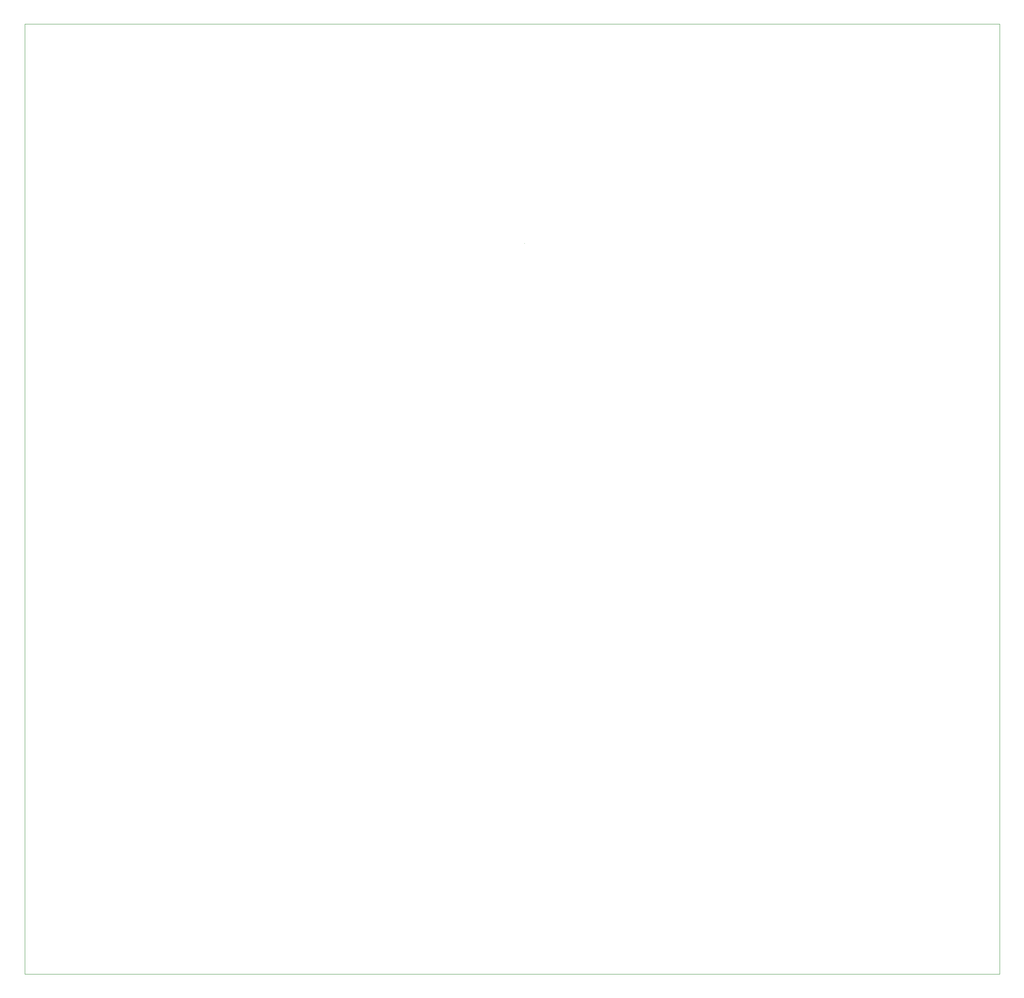
<source format=gbr>
G04 (created by PCBNEW (2013-07-07 BZR 4022)-stable) date 3/2/2015 2:00:18 PM*
%MOIN*%
G04 Gerber Fmt 3.4, Leading zero omitted, Abs format*
%FSLAX34Y34*%
G01*
G70*
G90*
G04 APERTURE LIST*
%ADD10C,0.00590551*%
%ADD11C,0.00393701*%
G04 APERTURE END LIST*
G54D10*
G54D11*
X4000Y-84000D02*
X4000Y-6000D01*
X84000Y-84000D02*
X4000Y-84000D01*
X84000Y-6000D02*
X84000Y-84000D01*
X4000Y-6000D02*
X84000Y-6000D01*
X45000Y-24000D02*
G75*
G03X45000Y-24000I0J0D01*
G74*
G01*
X44999Y-24000D02*
X45000Y-24000D01*
X45000Y-23999D02*
X45000Y-24000D01*
X84000Y-22000D02*
G75*
G03X84000Y-22000I0J0D01*
G74*
G01*
X83999Y-22000D02*
X84000Y-22000D01*
X84000Y-21999D02*
X84000Y-22000D01*
M02*

</source>
